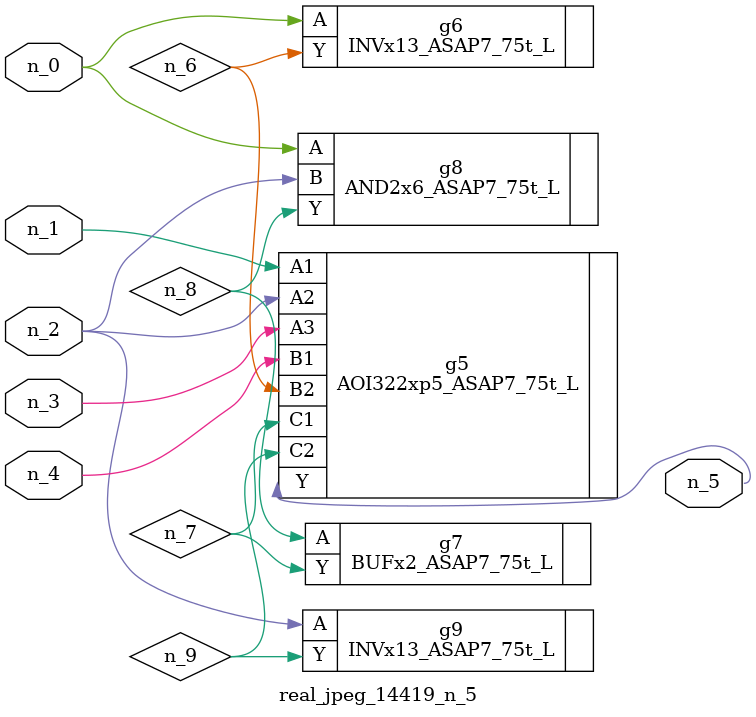
<source format=v>
module real_jpeg_14419_n_5 (n_4, n_0, n_1, n_2, n_3, n_5);

input n_4;
input n_0;
input n_1;
input n_2;
input n_3;

output n_5;

wire n_8;
wire n_6;
wire n_7;
wire n_9;

INVx13_ASAP7_75t_L g6 ( 
.A(n_0),
.Y(n_6)
);

AND2x6_ASAP7_75t_L g8 ( 
.A(n_0),
.B(n_2),
.Y(n_8)
);

AOI322xp5_ASAP7_75t_L g5 ( 
.A1(n_1),
.A2(n_2),
.A3(n_3),
.B1(n_4),
.B2(n_6),
.C1(n_7),
.C2(n_9),
.Y(n_5)
);

INVx13_ASAP7_75t_L g9 ( 
.A(n_2),
.Y(n_9)
);

BUFx2_ASAP7_75t_L g7 ( 
.A(n_8),
.Y(n_7)
);


endmodule
</source>
